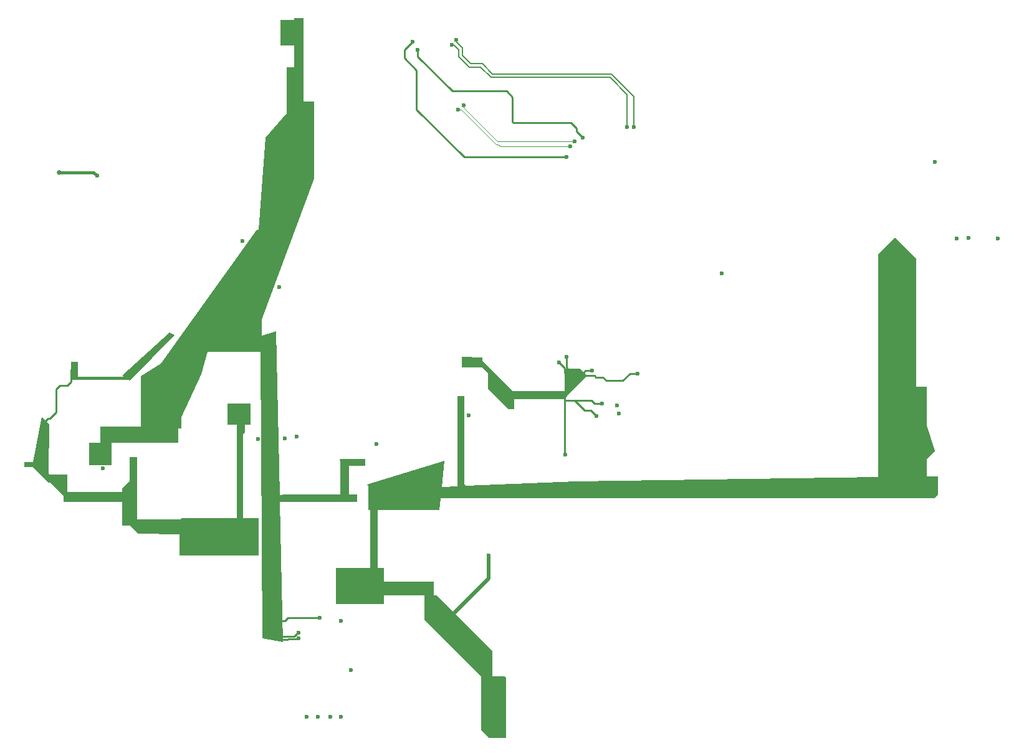
<source format=gbr>
%TF.GenerationSoftware,Altium Limited,Altium Designer,25.8.1 (18)*%
G04 Layer_Physical_Order=3*
G04 Layer_Color=36540*
%FSLAX45Y45*%
%MOMM*%
%TF.SameCoordinates,C91546C2-10F2-4142-A55A-9FF34A01A7B4*%
%TF.FilePolarity,Positive*%
%TF.FileFunction,Copper,L3,Inr,Signal*%
%TF.Part,Single*%
G01*
G75*
%TA.AperFunction,Conductor*%
%ADD134C,0.25400*%
%ADD135C,0.40000*%
%ADD137C,0.50000*%
%ADD144C,0.45000*%
%TA.AperFunction,ComponentPad*%
%ADD151C,0.65000*%
%TA.AperFunction,ViaPad*%
%ADD164C,0.60000*%
%TA.AperFunction,Conductor*%
%ADD165C,0.16725*%
%ADD166C,0.10154*%
G36*
X5206456Y8367912D02*
X4607388Y7746449D01*
X4586093Y7760000D01*
X3800000D01*
Y7800000D01*
Y8000000D01*
X3900000D01*
Y7800000D01*
X4523237D01*
X4501248Y7813993D01*
X5140000Y8400000D01*
X5206456Y8367912D01*
D02*
G37*
G36*
X9387840Y8064500D02*
Y8018780D01*
X9806631Y7599989D01*
X9806940Y7602220D01*
X10502900D01*
X10504170Y7600950D01*
X10507980Y7604760D01*
Y7912100D01*
X10718800D01*
X10817860Y7813040D01*
X10551160Y7546340D01*
X10517464D01*
Y7493000D01*
X9827260D01*
X9822180Y7487920D01*
Y7360920D01*
X9748519D01*
X9471660Y7637780D01*
Y7853997D01*
X9384937Y7929880D01*
X9108440D01*
Y8067040D01*
X9387840Y8064500D01*
D02*
G37*
G36*
X15285719Y9405620D02*
Y7665720D01*
X15425420D01*
Y7137399D01*
X15539719Y6794500D01*
X15425420Y6680201D01*
Y6444277D01*
X15580360Y6446520D01*
Y6197600D01*
X15534641Y6151880D01*
X10594340D01*
Y6154420D01*
X10589260Y6149340D01*
X8821334D01*
X8803906Y5990000D01*
X7970000D01*
Y5200000D01*
X8050000D01*
Y5010000D01*
X8730000D01*
X8730000Y4830000D01*
X8774240D01*
X9527540Y4076700D01*
Y3723640D01*
X9692640D01*
X9712960Y3703320D01*
Y2887980D01*
X9486900D01*
X9375140Y2999740D01*
Y3721100D01*
X9380066Y3721254D01*
X8602980Y4498340D01*
Y4830000D01*
X8050000D01*
Y4710000D01*
X7400000D01*
Y5200000D01*
X7880000D01*
Y5990000D01*
X7840000D01*
Y6320000D01*
X7822656Y6337344D01*
X8877205Y6660165D01*
X8838287Y6304343D01*
X9050020Y6312566D01*
Y7533640D01*
X9149080D01*
Y6339840D01*
X9171631Y6317289D01*
X10668000Y6375400D01*
X14765021Y6434716D01*
Y9464040D01*
X14996159Y9695179D01*
X15285719Y9405620D01*
D02*
G37*
G36*
X6240000Y7145000D02*
X6149320D01*
X6139180Y7134860D01*
Y5880000D01*
X6350000D01*
Y5370000D01*
X5280000D01*
Y5659572D01*
X4715607Y5662590D01*
X4600080Y5778118D01*
X4502042D01*
Y6100000D01*
X3700000D01*
Y6184533D01*
X3524533Y6360000D01*
X3500000D01*
X3290000Y6570000D01*
X3170000D01*
Y6640000D01*
X3290000D01*
D01*
X3408626Y7254698D01*
X3506662Y7156662D01*
X3501078Y6488921D01*
X3520000Y6470000D01*
X3750000D01*
Y6234533D01*
X3747734Y6232266D01*
X4502042D01*
Y6282043D01*
X4600000Y6380001D01*
Y6710000D01*
X4700000D01*
Y6480001D01*
X4701881Y6481882D01*
X4700000Y6130047D01*
Y6100000D01*
X4699839D01*
X4698545Y5857958D01*
X5287958D01*
X5310000Y5880000D01*
X6057900D01*
Y7145000D01*
X5940000D01*
X5930000Y7155000D01*
Y7435000D01*
X6240000D01*
Y7145000D01*
D02*
G37*
G36*
X6965552Y11995552D02*
X6960000Y11990000D01*
Y11540000D01*
D01*
X7109999Y11540000D01*
X7110000Y10489411D01*
X6393180Y8581790D01*
Y8361798D01*
X6587905Y8418039D01*
X6637296Y6190000D01*
X6660000D01*
X6690000Y6200000D01*
X7462205D01*
Y6655115D01*
X7449820Y6667500D01*
X7465060Y6682740D01*
X7561580D01*
Y6685280D01*
X7787640D01*
X7790180Y6687820D01*
X7797800Y6680200D01*
Y6586220D01*
X7581900D01*
Y6200000D01*
X7690000D01*
Y6110000D01*
X7700000Y6100000D01*
X6639291D01*
X6681529Y4194599D01*
X6405881Y4240541D01*
X6381332Y8140000D01*
X5660862D01*
X5570000Y7830000D01*
X5300000Y7245000D01*
Y7095000D01*
X5260000D01*
Y6900000D01*
X4350000D01*
Y6600000D01*
X4050000D01*
Y6900000D01*
X4200000D01*
Y7120000D01*
X4750000D01*
Y7245000D01*
Y7810000D01*
X5025594Y7977027D01*
X6325968Y9799319D01*
X6354191D01*
X6446503Y11052760D01*
X6730000Y11384857D01*
Y12010000D01*
X6835000D01*
Y12300000D01*
X6650000D01*
Y12650000D01*
X6835000D01*
Y12675000D01*
X6830000Y12680000D01*
X6965552D01*
Y11995552D01*
D02*
G37*
%LPC*%
G36*
X15186659Y6441440D02*
X15186031Y6440811D01*
X15186659Y6440820D01*
Y6441440D01*
D02*
G37*
%LPD*%
D134*
X3800000Y7730000D02*
Y7900000D01*
X3750000Y7680000D02*
X3800000Y7730000D01*
X3600000Y7630000D02*
X3650000Y7680000D01*
X3750000D01*
X6150000Y7050000D02*
Y7210000D01*
X6120000Y5870000D02*
Y6980000D01*
X6100000Y5890000D02*
X6120000Y5870000D01*
X6140000Y5850000D01*
X6100000Y7000000D02*
X6150000Y7050000D01*
X6100000Y7000000D02*
X6120000Y6980000D01*
X6100000Y7000000D02*
Y7120000D01*
X6050000Y7170000D02*
X6100000Y7120000D01*
X3600000Y7320000D02*
Y7630000D01*
X3514300Y7234300D02*
X3600000Y7320000D01*
X3494300Y7234300D02*
X3514300D01*
X3440000Y7180000D02*
X3494300Y7234300D01*
X6020000Y5850000D02*
X6021260Y5851260D01*
X6885829Y4320000D02*
X6890000D01*
X6881600Y4231600D02*
X6890000Y4240000D01*
X6750000Y4520000D02*
X7180000D01*
X6710000Y4480000D02*
X6750000Y4520000D01*
X6835829Y4270000D02*
X6885829Y4320000D01*
X6750000Y4230000D02*
X6751600Y4231600D01*
X6881600D01*
X6610000Y4480000D02*
X6710000D01*
X6620000Y4280000D02*
X6630000Y4270000D01*
X6600000Y4470000D02*
X6610000Y4480000D01*
X6590000Y4310000D02*
X6620000Y4280000D01*
X6630000Y4270000D02*
X6835829D01*
X6640000Y4230000D02*
X6750000D01*
X6620000Y4250000D02*
Y4280000D01*
Y4250000D02*
X6640000Y4230000D01*
X9575800Y7594200D02*
X9770000Y7400000D01*
X9575800Y7594200D02*
Y7795260D01*
X9354340Y8016720D02*
X9575800Y7795260D01*
X9288300Y8016720D02*
X9354340D01*
X9286240Y8018780D02*
X9288300Y8016720D01*
X8496300Y11432540D02*
X9144000Y10784840D01*
X10530840D01*
X8496300Y11432540D02*
Y11968480D01*
X10668706Y11132114D02*
X10751820Y11049000D01*
X10594340Y11249660D02*
X10668706Y11175294D01*
Y11132114D02*
Y11175294D01*
X9801860Y11264539D02*
X9816739Y11249660D01*
X10594340D01*
X8981440Y11681460D02*
X9723120D01*
X8514080Y12148820D02*
X8981440Y11681460D01*
X8514080Y12148820D02*
Y12242800D01*
X8331200D02*
X8440420Y12352020D01*
X8331200Y12133580D02*
Y12242800D01*
X9801860Y11264539D02*
Y11602720D01*
X9723120Y11681460D02*
X9801860Y11602720D01*
X8331200Y12133580D02*
X8496300Y11968480D01*
X11396980Y7840980D02*
X11498580D01*
X11300460Y7744460D02*
X11396980Y7840980D01*
X11074400Y7744460D02*
X11300460D01*
X10934700Y7790180D02*
X11028680D01*
X11074400Y7744460D01*
X10530840Y7929880D02*
Y8072120D01*
X10429240Y7995920D02*
X10510520Y7914640D01*
X10787380Y7881620D02*
X10878820D01*
X10530840Y7929880D02*
X10553700Y7907020D01*
X10768330Y7862570D02*
X10787380Y7881620D01*
X10817860Y7813040D02*
X10911840D01*
X10934700Y7790180D01*
X10736580Y7807960D02*
X10741660Y7813040D01*
X10817860D01*
X10510520Y7848600D02*
Y7914640D01*
X10912115Y7434580D02*
X11018520D01*
X10870123Y7476572D02*
X10912115Y7434580D01*
X10646492Y7476572D02*
X10870123D01*
X10866420Y7340300D02*
X10942320Y7264400D01*
X10505440Y7523480D02*
X10528300Y7546340D01*
X10513060Y7485380D02*
X10521868Y7476572D01*
X10505440Y7493000D02*
Y7523480D01*
Y7493000D02*
X10513060Y7485380D01*
X10646492Y7476572D02*
X10782764Y7340300D01*
X10513060Y6743700D02*
Y7485380D01*
X10521868Y7476572D02*
X10646492D01*
X10419080Y7584440D02*
X10434320D01*
X10782764Y7340300D02*
X10866420D01*
X10513060Y6743700D02*
X10515600Y6741160D01*
X7970000Y6090000D02*
X8040000D01*
X7950000Y6070000D02*
X7970000Y6090000D01*
X7950000Y5180000D02*
Y6070000D01*
X7880000Y6080000D02*
X7950000Y6150000D01*
X7880000Y5190000D02*
Y6080000D01*
D135*
X4110000Y10580000D02*
X4160000Y10530000D01*
D137*
X9474200Y5052060D02*
Y5372100D01*
X9001760Y4579620D02*
X9474200Y5052060D01*
D144*
X3643000Y10580000D02*
X4110000D01*
D151*
X3643000D02*
D03*
D164*
X15534641Y10721340D02*
D03*
X5140000Y8350000D02*
D03*
X3870000Y7900000D02*
D03*
X6020000Y7360000D02*
D03*
X6150000Y7210000D02*
D03*
X6069788Y5505334D02*
D03*
X4660000Y6670000D02*
D03*
X5729230Y5510378D02*
D03*
X5889789Y5505334D02*
D03*
X5549230Y5510378D02*
D03*
X3220000Y6610000D02*
D03*
X3780000Y6200000D02*
D03*
X16393159Y9674860D02*
D03*
X15994380Y9687560D02*
D03*
X15831821Y9677400D02*
D03*
X12639040Y9204960D02*
D03*
X11249660Y7297420D02*
D03*
X11224260Y7411720D02*
D03*
X6129020Y9641840D02*
D03*
X6631940Y9019540D02*
D03*
X9207500Y7272020D02*
D03*
X7955280Y6883400D02*
D03*
X7607300Y3812540D02*
D03*
X6868160Y6985000D02*
D03*
X6710680Y6962140D02*
D03*
X6339840Y6949440D02*
D03*
X4239260Y6550660D02*
D03*
X7467600Y4480560D02*
D03*
X7470000Y3180000D02*
D03*
X7330000D02*
D03*
X7000000D02*
D03*
X7160000D02*
D03*
X6703060Y12430940D02*
D03*
X8977308Y12314868D02*
D03*
X9032240Y12377420D02*
D03*
X7734300Y6631940D02*
D03*
X6913880Y12349480D02*
D03*
X6890000Y12257500D02*
D03*
X7660000Y6170000D02*
D03*
X7180000Y4520000D02*
D03*
X6970000Y11500000D02*
D03*
X7060000D02*
D03*
X6890000Y4320000D02*
D03*
Y4240000D02*
D03*
X6791960Y12458700D02*
D03*
X6780000Y12610000D02*
D03*
X6779260Y11869420D02*
D03*
X6870000Y11490000D02*
D03*
X6776720Y11762740D02*
D03*
X6781800Y11648440D02*
D03*
X6702805Y12542814D02*
D03*
X6578600Y6029960D02*
D03*
X5270000Y7170000D02*
D03*
X4140000Y6670000D02*
D03*
X9768840Y7404100D02*
D03*
X9098280Y7305040D02*
D03*
X9062720Y11427460D02*
D03*
X11445240Y11191240D02*
D03*
X11356340Y11193780D02*
D03*
X9135780Y11492022D02*
D03*
X10647680Y10995660D02*
D03*
X10586720Y10929620D02*
D03*
X10751820Y11049000D02*
D03*
X15036800Y9316720D02*
D03*
X14917419Y9326880D02*
D03*
X15354300Y7454900D02*
D03*
X8440420Y12352020D02*
D03*
X10530840Y10784840D02*
D03*
X8514080Y12242800D02*
D03*
X11498580Y7840980D02*
D03*
X10878820Y7881620D02*
D03*
X10530840Y8072120D02*
D03*
X10429240Y7995920D02*
D03*
X15356841Y7538720D02*
D03*
X11018520Y7434580D02*
D03*
X10942320Y7264400D02*
D03*
X10515600Y6741160D02*
D03*
X9657080Y2926080D02*
D03*
X9286240Y8018780D02*
D03*
X9179560Y8023860D02*
D03*
X8810000Y6520000D02*
D03*
X8560000D02*
D03*
X9474200Y5372100D02*
D03*
X8670000Y4930000D02*
D03*
X8040000Y6090000D02*
D03*
X7950000Y6150000D02*
D03*
X7870000Y4860000D02*
D03*
X7780000D02*
D03*
X7690000D02*
D03*
X7600000D02*
D03*
X4160000Y10530000D02*
D03*
D165*
X9509570Y11868415D02*
X11123665D01*
X9117837Y12168283D02*
Y12266120D01*
X9032240Y12377420D02*
X9040520Y12369140D01*
X9369607Y12008378D02*
X9509570Y11868415D01*
X9211664Y12008378D02*
X9369607D01*
X9011290Y12306588D02*
X9071113Y12246766D01*
Y12148929D02*
Y12246766D01*
X9528924Y11915140D02*
X11143019D01*
X8985588Y12306588D02*
X9011290D01*
X8977308Y12314868D02*
X8985588Y12306588D01*
X9071113Y12148929D02*
X9211664Y12008378D01*
X9388961Y12055102D02*
X9528924Y11915140D01*
X9040520Y12343437D02*
X9117837Y12266120D01*
Y12168283D02*
X9231018Y12055102D01*
X9388961D01*
X9040520Y12343437D02*
Y12369140D01*
X11445240Y11191240D02*
Y11612919D01*
X11143019Y11915140D02*
X11445240Y11612919D01*
X11356340Y11193780D02*
Y11635740D01*
X11123665Y11868415D02*
X11356340Y11635740D01*
D166*
X9135780Y11492022D02*
X9137464Y11490338D01*
Y11452739D02*
Y11490338D01*
X9577910Y10955506D02*
X9607362D01*
X9594543Y10995660D02*
X10647680D01*
X9137464Y11452739D02*
X9594543Y10995660D01*
X9104822Y11428594D02*
X9577910Y10955506D01*
X9063854Y11428594D02*
X9104822D01*
X9062720Y11427460D02*
X9063854Y11428594D01*
X9633247Y10929620D02*
X10586720D01*
X9607362Y10955506D02*
X9633247Y10929620D01*
%TF.MD5,f24c272cae973a41a73b8e1c4c44775a*%
M02*

</source>
